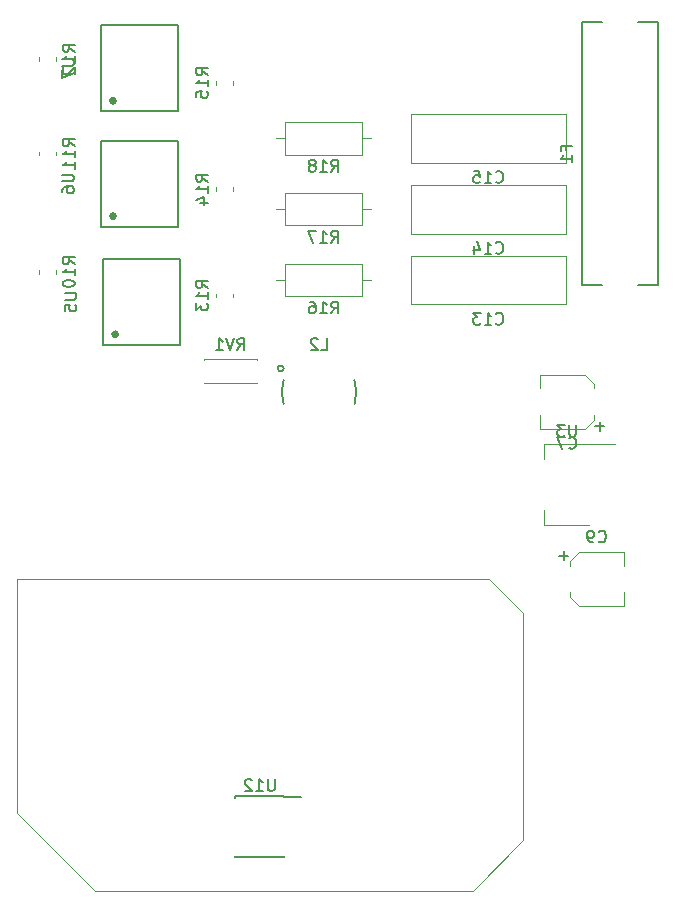
<source format=gbr>
G04 #@! TF.GenerationSoftware,KiCad,Pcbnew,5.0.0-rc2-unknown-bfa8903~65~ubuntu16.04.1*
G04 #@! TF.CreationDate,2018-06-03T14:39:05-05:00*
G04 #@! TF.ProjectId,omega-dock-new,6F6D6567612D646F636B2D6E65772E6B,rev?*
G04 #@! TF.SameCoordinates,Original*
G04 #@! TF.FileFunction,Legend,Bot*
G04 #@! TF.FilePolarity,Positive*
%FSLAX46Y46*%
G04 Gerber Fmt 4.6, Leading zero omitted, Abs format (unit mm)*
G04 Created by KiCad (PCBNEW 5.0.0-rc2-unknown-bfa8903~65~ubuntu16.04.1) date Sun Jun  3 14:39:05 2018*
%MOMM*%
%LPD*%
G01*
G04 APERTURE LIST*
%ADD10C,0.120000*%
%ADD11C,0.150000*%
%ADD12C,0.100000*%
G04 APERTURE END LIST*
D10*
G04 #@! TO.C,C13*
X146761244Y-85763214D02*
X159881244Y-85763214D01*
X146761244Y-81643214D02*
X159881244Y-81643214D01*
X146761244Y-85763214D02*
X146761244Y-81643214D01*
X159881244Y-85763214D02*
X159881244Y-81643214D01*
G04 #@! TO.C,C14*
X146761244Y-79763214D02*
X159881244Y-79763214D01*
X146761244Y-75643214D02*
X159881244Y-75643214D01*
X146761244Y-79763214D02*
X146761244Y-75643214D01*
X159881244Y-79763214D02*
X159881244Y-75643214D01*
G04 #@! TO.C,R10*
X116710000Y-83150000D02*
X116710000Y-82850000D01*
X115290000Y-83150000D02*
X115290000Y-82850000D01*
G04 #@! TO.C,R11*
X116710000Y-73150000D02*
X116710000Y-72850000D01*
X115290000Y-73150000D02*
X115290000Y-72850000D01*
G04 #@! TO.C,R12*
X115290000Y-65150000D02*
X115290000Y-64850000D01*
X116710000Y-65150000D02*
X116710000Y-64850000D01*
G04 #@! TO.C,RV1*
X133710000Y-90420000D02*
X129290000Y-90420000D01*
X133710000Y-92440000D02*
X129290000Y-92440000D01*
X133710000Y-90420000D02*
X133710000Y-90434000D01*
X133710000Y-92426000D02*
X133710000Y-92440000D01*
X129290000Y-90420000D02*
X129290000Y-90434000D01*
X129290000Y-92426000D02*
X129290000Y-92440000D01*
D11*
G04 #@! TO.C,U5*
G36*
X122000000Y-88290000D02*
X121750000Y-88040000D01*
X121500000Y-88290000D01*
X121750000Y-88540000D01*
X122000000Y-88290000D01*
G37*
X122000000Y-88290000D02*
X121750000Y-88040000D01*
X121500000Y-88290000D01*
X121750000Y-88540000D01*
X122000000Y-88290000D01*
X122000000Y-88290000D02*
G75*
G03X122000000Y-88290000I-250000J0D01*
G01*
X120750000Y-89190000D02*
X120750000Y-81890000D01*
X127250000Y-89190000D02*
X127250000Y-81890000D01*
X127250000Y-89190000D02*
X120750000Y-89190000D01*
X120750000Y-81890000D02*
X127250000Y-81890000D01*
G04 #@! TO.C,U6*
X120552500Y-71890000D02*
X127052500Y-71890000D01*
X127052500Y-79190000D02*
X120552500Y-79190000D01*
X127052500Y-79190000D02*
X127052500Y-71890000D01*
X120552500Y-79190000D02*
X120552500Y-71890000D01*
X121802500Y-78290000D02*
G75*
G03X121802500Y-78290000I-250000J0D01*
G01*
G36*
X121802500Y-78290000D02*
X121552500Y-78040000D01*
X121302500Y-78290000D01*
X121552500Y-78540000D01*
X121802500Y-78290000D01*
G37*
X121802500Y-78290000D02*
X121552500Y-78040000D01*
X121302500Y-78290000D01*
X121552500Y-78540000D01*
X121802500Y-78290000D01*
G04 #@! TO.C,U7*
X120552500Y-62114048D02*
X127052500Y-62114048D01*
X127052500Y-69414048D02*
X120552500Y-69414048D01*
X127052500Y-69414048D02*
X127052500Y-62114048D01*
X120552500Y-69414048D02*
X120552500Y-62114048D01*
X121802500Y-68514048D02*
G75*
G03X121802500Y-68514048I-250000J0D01*
G01*
G36*
X121802500Y-68514048D02*
X121552500Y-68264048D01*
X121302500Y-68514048D01*
X121552500Y-68764048D01*
X121802500Y-68514048D01*
G37*
X121802500Y-68514048D02*
X121552500Y-68264048D01*
X121302500Y-68514048D01*
X121552500Y-68764048D01*
X121802500Y-68514048D01*
D10*
G04 #@! TO.C,C15*
X146761244Y-73763214D02*
X159881244Y-73763214D01*
X146761244Y-69643214D02*
X159881244Y-69643214D01*
X146761244Y-73763214D02*
X146761244Y-69643214D01*
X159881244Y-73763214D02*
X159881244Y-69643214D01*
G04 #@! TO.C,R16*
X143441244Y-83703214D02*
X142671244Y-83703214D01*
X135361244Y-83703214D02*
X136131244Y-83703214D01*
X142671244Y-85073214D02*
X136131244Y-85073214D01*
X142671244Y-82333214D02*
X142671244Y-85073214D01*
X136131244Y-82333214D02*
X142671244Y-82333214D01*
X136131244Y-85073214D02*
X136131244Y-82333214D01*
G04 #@! TO.C,R17*
X136131244Y-79073214D02*
X136131244Y-76333214D01*
X136131244Y-76333214D02*
X142671244Y-76333214D01*
X142671244Y-76333214D02*
X142671244Y-79073214D01*
X142671244Y-79073214D02*
X136131244Y-79073214D01*
X135361244Y-77703214D02*
X136131244Y-77703214D01*
X143441244Y-77703214D02*
X142671244Y-77703214D01*
G04 #@! TO.C,R18*
X136131244Y-73073214D02*
X136131244Y-70333214D01*
X136131244Y-70333214D02*
X142671244Y-70333214D01*
X142671244Y-70333214D02*
X142671244Y-73073214D01*
X142671244Y-73073214D02*
X136131244Y-73073214D01*
X135361244Y-71703214D02*
X136131244Y-71703214D01*
X143441244Y-71703214D02*
X142671244Y-71703214D01*
D11*
G04 #@! TO.C,L2*
X141999998Y-94180000D02*
G75*
G03X141999999Y-92180001I-2999998J1000000D01*
G01*
X136000002Y-92180000D02*
G75*
G03X136000001Y-94179999I2999998J-1000000D01*
G01*
X136000000Y-91180000D02*
G75*
G03X136000000Y-91180000I-250000J0D01*
G01*
D10*
G04 #@! TO.C,R13*
X131710000Y-84850000D02*
X131710000Y-85150000D01*
X130290000Y-84850000D02*
X130290000Y-85150000D01*
G04 #@! TO.C,R14*
X130290000Y-75850000D02*
X130290000Y-76150000D01*
X131710000Y-75850000D02*
X131710000Y-76150000D01*
G04 #@! TO.C,R15*
X130290000Y-66850000D02*
X130290000Y-67150000D01*
X131710000Y-66850000D02*
X131710000Y-67150000D01*
D12*
G04 #@! TO.C,U2*
X153400726Y-108996400D02*
X113401100Y-108996400D01*
X113401100Y-108996400D02*
X113401100Y-128795364D01*
X113401100Y-128795364D02*
X119999836Y-135396856D01*
X119999836Y-135396856D02*
X152001328Y-135396856D01*
X152001328Y-135396856D02*
X156301496Y-131096688D01*
X156301496Y-131096688D02*
X156301496Y-111896826D01*
X156301496Y-111896826D02*
X153400726Y-108996400D01*
D10*
G04 #@! TO.C,U3*
X158090000Y-104410000D02*
X158090000Y-103150000D01*
X158090000Y-97590000D02*
X158090000Y-98850000D01*
X161850000Y-104410000D02*
X158090000Y-104410000D01*
X164100000Y-97590000D02*
X158090000Y-97590000D01*
G04 #@! TO.C,C7*
X162290000Y-92480000D02*
X162290000Y-92880000D01*
X157710000Y-91710000D02*
X157710000Y-92880000D01*
X157710000Y-96290000D02*
X157710000Y-95120000D01*
X162290000Y-95520000D02*
X162290000Y-95120000D01*
X161520000Y-96290000D02*
X157710000Y-96290000D01*
X161520000Y-96290000D02*
X162290000Y-95520000D01*
X161520000Y-91710000D02*
X157710000Y-91710000D01*
X161520000Y-91710000D02*
X162290000Y-92480000D01*
D11*
G04 #@! TO.C,U12*
X136075000Y-127425000D02*
X136075000Y-127475000D01*
X131925000Y-127425000D02*
X131925000Y-127570000D01*
X131925000Y-132575000D02*
X131925000Y-132430000D01*
X136075000Y-132575000D02*
X136075000Y-132430000D01*
X136075000Y-127425000D02*
X131925000Y-127425000D01*
X136075000Y-132575000D02*
X131925000Y-132575000D01*
X136075000Y-127475000D02*
X137475000Y-127475000D01*
D10*
G04 #@! TO.C,C9*
X160210000Y-110520000D02*
X160210000Y-110120000D01*
X164790000Y-111290000D02*
X164790000Y-110120000D01*
X164790000Y-106710000D02*
X164790000Y-107880000D01*
X160210000Y-107480000D02*
X160210000Y-107880000D01*
X160980000Y-106710000D02*
X164790000Y-106710000D01*
X160980000Y-106710000D02*
X160210000Y-107480000D01*
X160980000Y-111290000D02*
X164790000Y-111290000D01*
X160980000Y-111290000D02*
X160210000Y-110520000D01*
D11*
G04 #@! TO.C,F1*
X166000000Y-61857000D02*
X167720000Y-61857000D01*
X167720000Y-61857000D02*
X167720000Y-84143000D01*
X167720000Y-84143000D02*
X166000000Y-84143000D01*
X163000000Y-84143000D02*
X161280000Y-84143000D01*
X161280000Y-84143000D02*
X161280000Y-61857000D01*
X161280000Y-61857000D02*
X163000000Y-61857000D01*
G04 #@! TO.C,C13*
X153964101Y-87370356D02*
X154011720Y-87417975D01*
X154154577Y-87465594D01*
X154249815Y-87465594D01*
X154392672Y-87417975D01*
X154487910Y-87322737D01*
X154535529Y-87227499D01*
X154583148Y-87037023D01*
X154583148Y-86894166D01*
X154535529Y-86703690D01*
X154487910Y-86608452D01*
X154392672Y-86513214D01*
X154249815Y-86465594D01*
X154154577Y-86465594D01*
X154011720Y-86513214D01*
X153964101Y-86560833D01*
X153011720Y-87465594D02*
X153583148Y-87465594D01*
X153297434Y-87465594D02*
X153297434Y-86465594D01*
X153392672Y-86608452D01*
X153487910Y-86703690D01*
X153583148Y-86751309D01*
X152678386Y-86465594D02*
X152059339Y-86465594D01*
X152392672Y-86846547D01*
X152249815Y-86846547D01*
X152154577Y-86894166D01*
X152106958Y-86941785D01*
X152059339Y-87037023D01*
X152059339Y-87275118D01*
X152106958Y-87370356D01*
X152154577Y-87417975D01*
X152249815Y-87465594D01*
X152535529Y-87465594D01*
X152630767Y-87417975D01*
X152678386Y-87370356D01*
G04 #@! TO.C,C14*
X153964101Y-81370356D02*
X154011720Y-81417975D01*
X154154577Y-81465594D01*
X154249815Y-81465594D01*
X154392672Y-81417975D01*
X154487910Y-81322737D01*
X154535529Y-81227499D01*
X154583148Y-81037023D01*
X154583148Y-80894166D01*
X154535529Y-80703690D01*
X154487910Y-80608452D01*
X154392672Y-80513214D01*
X154249815Y-80465594D01*
X154154577Y-80465594D01*
X154011720Y-80513214D01*
X153964101Y-80560833D01*
X153011720Y-81465594D02*
X153583148Y-81465594D01*
X153297434Y-81465594D02*
X153297434Y-80465594D01*
X153392672Y-80608452D01*
X153487910Y-80703690D01*
X153583148Y-80751309D01*
X152154577Y-80798928D02*
X152154577Y-81465594D01*
X152392672Y-80417975D02*
X152630767Y-81132261D01*
X152011720Y-81132261D01*
G04 #@! TO.C,R10*
X118302380Y-82357142D02*
X117826190Y-82023809D01*
X118302380Y-81785714D02*
X117302380Y-81785714D01*
X117302380Y-82166666D01*
X117350000Y-82261904D01*
X117397619Y-82309523D01*
X117492857Y-82357142D01*
X117635714Y-82357142D01*
X117730952Y-82309523D01*
X117778571Y-82261904D01*
X117826190Y-82166666D01*
X117826190Y-81785714D01*
X118302380Y-83309523D02*
X118302380Y-82738095D01*
X118302380Y-83023809D02*
X117302380Y-83023809D01*
X117445238Y-82928571D01*
X117540476Y-82833333D01*
X117588095Y-82738095D01*
X117302380Y-83928571D02*
X117302380Y-84023809D01*
X117350000Y-84119047D01*
X117397619Y-84166666D01*
X117492857Y-84214285D01*
X117683333Y-84261904D01*
X117921428Y-84261904D01*
X118111904Y-84214285D01*
X118207142Y-84166666D01*
X118254761Y-84119047D01*
X118302380Y-84023809D01*
X118302380Y-83928571D01*
X118254761Y-83833333D01*
X118207142Y-83785714D01*
X118111904Y-83738095D01*
X117921428Y-83690476D01*
X117683333Y-83690476D01*
X117492857Y-83738095D01*
X117397619Y-83785714D01*
X117350000Y-83833333D01*
X117302380Y-83928571D01*
G04 #@! TO.C,R11*
X118302380Y-72357142D02*
X117826190Y-72023809D01*
X118302380Y-71785714D02*
X117302380Y-71785714D01*
X117302380Y-72166666D01*
X117350000Y-72261904D01*
X117397619Y-72309523D01*
X117492857Y-72357142D01*
X117635714Y-72357142D01*
X117730952Y-72309523D01*
X117778571Y-72261904D01*
X117826190Y-72166666D01*
X117826190Y-71785714D01*
X118302380Y-73309523D02*
X118302380Y-72738095D01*
X118302380Y-73023809D02*
X117302380Y-73023809D01*
X117445238Y-72928571D01*
X117540476Y-72833333D01*
X117588095Y-72738095D01*
X118302380Y-74261904D02*
X118302380Y-73690476D01*
X118302380Y-73976190D02*
X117302380Y-73976190D01*
X117445238Y-73880952D01*
X117540476Y-73785714D01*
X117588095Y-73690476D01*
G04 #@! TO.C,R12*
X118302380Y-64357142D02*
X117826190Y-64023809D01*
X118302380Y-63785714D02*
X117302380Y-63785714D01*
X117302380Y-64166666D01*
X117350000Y-64261904D01*
X117397619Y-64309523D01*
X117492857Y-64357142D01*
X117635714Y-64357142D01*
X117730952Y-64309523D01*
X117778571Y-64261904D01*
X117826190Y-64166666D01*
X117826190Y-63785714D01*
X118302380Y-65309523D02*
X118302380Y-64738095D01*
X118302380Y-65023809D02*
X117302380Y-65023809D01*
X117445238Y-64928571D01*
X117540476Y-64833333D01*
X117588095Y-64738095D01*
X117397619Y-65690476D02*
X117350000Y-65738095D01*
X117302380Y-65833333D01*
X117302380Y-66071428D01*
X117350000Y-66166666D01*
X117397619Y-66214285D01*
X117492857Y-66261904D01*
X117588095Y-66261904D01*
X117730952Y-66214285D01*
X118302380Y-65642857D01*
X118302380Y-66261904D01*
G04 #@! TO.C,RV1*
X132095238Y-89622380D02*
X132428571Y-89146190D01*
X132666666Y-89622380D02*
X132666666Y-88622380D01*
X132285714Y-88622380D01*
X132190476Y-88670000D01*
X132142857Y-88717619D01*
X132095238Y-88812857D01*
X132095238Y-88955714D01*
X132142857Y-89050952D01*
X132190476Y-89098571D01*
X132285714Y-89146190D01*
X132666666Y-89146190D01*
X131809523Y-88622380D02*
X131476190Y-89622380D01*
X131142857Y-88622380D01*
X130285714Y-89622380D02*
X130857142Y-89622380D01*
X130571428Y-89622380D02*
X130571428Y-88622380D01*
X130666666Y-88765238D01*
X130761904Y-88860476D01*
X130857142Y-88908095D01*
G04 #@! TO.C,U5*
X117452380Y-84778095D02*
X118261904Y-84778095D01*
X118357142Y-84825714D01*
X118404761Y-84873333D01*
X118452380Y-84968571D01*
X118452380Y-85159047D01*
X118404761Y-85254285D01*
X118357142Y-85301904D01*
X118261904Y-85349523D01*
X117452380Y-85349523D01*
X117452380Y-86301904D02*
X117452380Y-85825714D01*
X117928571Y-85778095D01*
X117880952Y-85825714D01*
X117833333Y-85920952D01*
X117833333Y-86159047D01*
X117880952Y-86254285D01*
X117928571Y-86301904D01*
X118023809Y-86349523D01*
X118261904Y-86349523D01*
X118357142Y-86301904D01*
X118404761Y-86254285D01*
X118452380Y-86159047D01*
X118452380Y-85920952D01*
X118404761Y-85825714D01*
X118357142Y-85778095D01*
G04 #@! TO.C,U6*
X117254880Y-74778095D02*
X118064404Y-74778095D01*
X118159642Y-74825714D01*
X118207261Y-74873333D01*
X118254880Y-74968571D01*
X118254880Y-75159047D01*
X118207261Y-75254285D01*
X118159642Y-75301904D01*
X118064404Y-75349523D01*
X117254880Y-75349523D01*
X117254880Y-76254285D02*
X117254880Y-76063809D01*
X117302500Y-75968571D01*
X117350119Y-75920952D01*
X117492976Y-75825714D01*
X117683452Y-75778095D01*
X118064404Y-75778095D01*
X118159642Y-75825714D01*
X118207261Y-75873333D01*
X118254880Y-75968571D01*
X118254880Y-76159047D01*
X118207261Y-76254285D01*
X118159642Y-76301904D01*
X118064404Y-76349523D01*
X117826309Y-76349523D01*
X117731071Y-76301904D01*
X117683452Y-76254285D01*
X117635833Y-76159047D01*
X117635833Y-75968571D01*
X117683452Y-75873333D01*
X117731071Y-75825714D01*
X117826309Y-75778095D01*
G04 #@! TO.C,U7*
X117254880Y-65002143D02*
X118064404Y-65002143D01*
X118159642Y-65049762D01*
X118207261Y-65097381D01*
X118254880Y-65192619D01*
X118254880Y-65383095D01*
X118207261Y-65478333D01*
X118159642Y-65525952D01*
X118064404Y-65573571D01*
X117254880Y-65573571D01*
X117254880Y-65954524D02*
X117254880Y-66621190D01*
X118254880Y-66192619D01*
G04 #@! TO.C,C15*
X153964101Y-75370356D02*
X154011720Y-75417975D01*
X154154577Y-75465594D01*
X154249815Y-75465594D01*
X154392672Y-75417975D01*
X154487910Y-75322737D01*
X154535529Y-75227499D01*
X154583148Y-75037023D01*
X154583148Y-74894166D01*
X154535529Y-74703690D01*
X154487910Y-74608452D01*
X154392672Y-74513214D01*
X154249815Y-74465594D01*
X154154577Y-74465594D01*
X154011720Y-74513214D01*
X153964101Y-74560833D01*
X153011720Y-75465594D02*
X153583148Y-75465594D01*
X153297434Y-75465594D02*
X153297434Y-74465594D01*
X153392672Y-74608452D01*
X153487910Y-74703690D01*
X153583148Y-74751309D01*
X152106958Y-74465594D02*
X152583148Y-74465594D01*
X152630767Y-74941785D01*
X152583148Y-74894166D01*
X152487910Y-74846547D01*
X152249815Y-74846547D01*
X152154577Y-74894166D01*
X152106958Y-74941785D01*
X152059339Y-75037023D01*
X152059339Y-75275118D01*
X152106958Y-75370356D01*
X152154577Y-75417975D01*
X152249815Y-75465594D01*
X152487910Y-75465594D01*
X152583148Y-75417975D01*
X152630767Y-75370356D01*
G04 #@! TO.C,R16*
X140044101Y-86525594D02*
X140377434Y-86049404D01*
X140615529Y-86525594D02*
X140615529Y-85525594D01*
X140234577Y-85525594D01*
X140139339Y-85573214D01*
X140091720Y-85620833D01*
X140044101Y-85716071D01*
X140044101Y-85858928D01*
X140091720Y-85954166D01*
X140139339Y-86001785D01*
X140234577Y-86049404D01*
X140615529Y-86049404D01*
X139091720Y-86525594D02*
X139663148Y-86525594D01*
X139377434Y-86525594D02*
X139377434Y-85525594D01*
X139472672Y-85668452D01*
X139567910Y-85763690D01*
X139663148Y-85811309D01*
X138234577Y-85525594D02*
X138425053Y-85525594D01*
X138520291Y-85573214D01*
X138567910Y-85620833D01*
X138663148Y-85763690D01*
X138710767Y-85954166D01*
X138710767Y-86335118D01*
X138663148Y-86430356D01*
X138615529Y-86477975D01*
X138520291Y-86525594D01*
X138329815Y-86525594D01*
X138234577Y-86477975D01*
X138186958Y-86430356D01*
X138139339Y-86335118D01*
X138139339Y-86097023D01*
X138186958Y-86001785D01*
X138234577Y-85954166D01*
X138329815Y-85906547D01*
X138520291Y-85906547D01*
X138615529Y-85954166D01*
X138663148Y-86001785D01*
X138710767Y-86097023D01*
G04 #@! TO.C,R17*
X140044101Y-80525594D02*
X140377434Y-80049404D01*
X140615529Y-80525594D02*
X140615529Y-79525594D01*
X140234577Y-79525594D01*
X140139339Y-79573214D01*
X140091720Y-79620833D01*
X140044101Y-79716071D01*
X140044101Y-79858928D01*
X140091720Y-79954166D01*
X140139339Y-80001785D01*
X140234577Y-80049404D01*
X140615529Y-80049404D01*
X139091720Y-80525594D02*
X139663148Y-80525594D01*
X139377434Y-80525594D02*
X139377434Y-79525594D01*
X139472672Y-79668452D01*
X139567910Y-79763690D01*
X139663148Y-79811309D01*
X138758386Y-79525594D02*
X138091720Y-79525594D01*
X138520291Y-80525594D01*
G04 #@! TO.C,R18*
X140044101Y-74525594D02*
X140377434Y-74049404D01*
X140615529Y-74525594D02*
X140615529Y-73525594D01*
X140234577Y-73525594D01*
X140139339Y-73573214D01*
X140091720Y-73620833D01*
X140044101Y-73716071D01*
X140044101Y-73858928D01*
X140091720Y-73954166D01*
X140139339Y-74001785D01*
X140234577Y-74049404D01*
X140615529Y-74049404D01*
X139091720Y-74525594D02*
X139663148Y-74525594D01*
X139377434Y-74525594D02*
X139377434Y-73525594D01*
X139472672Y-73668452D01*
X139567910Y-73763690D01*
X139663148Y-73811309D01*
X138520291Y-73954166D02*
X138615529Y-73906547D01*
X138663148Y-73858928D01*
X138710767Y-73763690D01*
X138710767Y-73716071D01*
X138663148Y-73620833D01*
X138615529Y-73573214D01*
X138520291Y-73525594D01*
X138329815Y-73525594D01*
X138234577Y-73573214D01*
X138186958Y-73620833D01*
X138139339Y-73716071D01*
X138139339Y-73763690D01*
X138186958Y-73858928D01*
X138234577Y-73906547D01*
X138329815Y-73954166D01*
X138520291Y-73954166D01*
X138615529Y-74001785D01*
X138663148Y-74049404D01*
X138710767Y-74144642D01*
X138710767Y-74335118D01*
X138663148Y-74430356D01*
X138615529Y-74477975D01*
X138520291Y-74525594D01*
X138329815Y-74525594D01*
X138234577Y-74477975D01*
X138186958Y-74430356D01*
X138139339Y-74335118D01*
X138139339Y-74144642D01*
X138186958Y-74049404D01*
X138234577Y-74001785D01*
X138329815Y-73954166D01*
G04 #@! TO.C,L2*
X139166666Y-89632380D02*
X139642857Y-89632380D01*
X139642857Y-88632380D01*
X138880952Y-88727619D02*
X138833333Y-88680000D01*
X138738095Y-88632380D01*
X138500000Y-88632380D01*
X138404761Y-88680000D01*
X138357142Y-88727619D01*
X138309523Y-88822857D01*
X138309523Y-88918095D01*
X138357142Y-89060952D01*
X138928571Y-89632380D01*
X138309523Y-89632380D01*
G04 #@! TO.C,R13*
X129602380Y-84357142D02*
X129126190Y-84023809D01*
X129602380Y-83785714D02*
X128602380Y-83785714D01*
X128602380Y-84166666D01*
X128650000Y-84261904D01*
X128697619Y-84309523D01*
X128792857Y-84357142D01*
X128935714Y-84357142D01*
X129030952Y-84309523D01*
X129078571Y-84261904D01*
X129126190Y-84166666D01*
X129126190Y-83785714D01*
X129602380Y-85309523D02*
X129602380Y-84738095D01*
X129602380Y-85023809D02*
X128602380Y-85023809D01*
X128745238Y-84928571D01*
X128840476Y-84833333D01*
X128888095Y-84738095D01*
X128602380Y-85642857D02*
X128602380Y-86261904D01*
X128983333Y-85928571D01*
X128983333Y-86071428D01*
X129030952Y-86166666D01*
X129078571Y-86214285D01*
X129173809Y-86261904D01*
X129411904Y-86261904D01*
X129507142Y-86214285D01*
X129554761Y-86166666D01*
X129602380Y-86071428D01*
X129602380Y-85785714D01*
X129554761Y-85690476D01*
X129507142Y-85642857D01*
G04 #@! TO.C,R14*
X129602380Y-75357142D02*
X129126190Y-75023809D01*
X129602380Y-74785714D02*
X128602380Y-74785714D01*
X128602380Y-75166666D01*
X128650000Y-75261904D01*
X128697619Y-75309523D01*
X128792857Y-75357142D01*
X128935714Y-75357142D01*
X129030952Y-75309523D01*
X129078571Y-75261904D01*
X129126190Y-75166666D01*
X129126190Y-74785714D01*
X129602380Y-76309523D02*
X129602380Y-75738095D01*
X129602380Y-76023809D02*
X128602380Y-76023809D01*
X128745238Y-75928571D01*
X128840476Y-75833333D01*
X128888095Y-75738095D01*
X128935714Y-77166666D02*
X129602380Y-77166666D01*
X128554761Y-76928571D02*
X129269047Y-76690476D01*
X129269047Y-77309523D01*
G04 #@! TO.C,R15*
X129602380Y-66357142D02*
X129126190Y-66023809D01*
X129602380Y-65785714D02*
X128602380Y-65785714D01*
X128602380Y-66166666D01*
X128650000Y-66261904D01*
X128697619Y-66309523D01*
X128792857Y-66357142D01*
X128935714Y-66357142D01*
X129030952Y-66309523D01*
X129078571Y-66261904D01*
X129126190Y-66166666D01*
X129126190Y-65785714D01*
X129602380Y-67309523D02*
X129602380Y-66738095D01*
X129602380Y-67023809D02*
X128602380Y-67023809D01*
X128745238Y-66928571D01*
X128840476Y-66833333D01*
X128888095Y-66738095D01*
X128602380Y-68214285D02*
X128602380Y-67738095D01*
X129078571Y-67690476D01*
X129030952Y-67738095D01*
X128983333Y-67833333D01*
X128983333Y-68071428D01*
X129030952Y-68166666D01*
X129078571Y-68214285D01*
X129173809Y-68261904D01*
X129411904Y-68261904D01*
X129507142Y-68214285D01*
X129554761Y-68166666D01*
X129602380Y-68071428D01*
X129602380Y-67833333D01*
X129554761Y-67738095D01*
X129507142Y-67690476D01*
G04 #@! TO.C,U3*
X160761904Y-95952380D02*
X160761904Y-96761904D01*
X160714285Y-96857142D01*
X160666666Y-96904761D01*
X160571428Y-96952380D01*
X160380952Y-96952380D01*
X160285714Y-96904761D01*
X160238095Y-96857142D01*
X160190476Y-96761904D01*
X160190476Y-95952380D01*
X159809523Y-95952380D02*
X159190476Y-95952380D01*
X159523809Y-96333333D01*
X159380952Y-96333333D01*
X159285714Y-96380952D01*
X159238095Y-96428571D01*
X159190476Y-96523809D01*
X159190476Y-96761904D01*
X159238095Y-96857142D01*
X159285714Y-96904761D01*
X159380952Y-96952380D01*
X159666666Y-96952380D01*
X159761904Y-96904761D01*
X159809523Y-96857142D01*
G04 #@! TO.C,C7*
X160166666Y-97897142D02*
X160214285Y-97944761D01*
X160357142Y-97992380D01*
X160452380Y-97992380D01*
X160595238Y-97944761D01*
X160690476Y-97849523D01*
X160738095Y-97754285D01*
X160785714Y-97563809D01*
X160785714Y-97420952D01*
X160738095Y-97230476D01*
X160690476Y-97135238D01*
X160595238Y-97040000D01*
X160452380Y-96992380D01*
X160357142Y-96992380D01*
X160214285Y-97040000D01*
X160166666Y-97087619D01*
X159833333Y-96992380D02*
X159166666Y-96992380D01*
X159595238Y-97992380D01*
X163150952Y-96081428D02*
X162389047Y-96081428D01*
X162770000Y-96462380D02*
X162770000Y-95700476D01*
G04 #@! TO.C,U12*
X135238095Y-125952380D02*
X135238095Y-126761904D01*
X135190476Y-126857142D01*
X135142857Y-126904761D01*
X135047619Y-126952380D01*
X134857142Y-126952380D01*
X134761904Y-126904761D01*
X134714285Y-126857142D01*
X134666666Y-126761904D01*
X134666666Y-125952380D01*
X133666666Y-126952380D02*
X134238095Y-126952380D01*
X133952380Y-126952380D02*
X133952380Y-125952380D01*
X134047619Y-126095238D01*
X134142857Y-126190476D01*
X134238095Y-126238095D01*
X133285714Y-126047619D02*
X133238095Y-126000000D01*
X133142857Y-125952380D01*
X132904761Y-125952380D01*
X132809523Y-126000000D01*
X132761904Y-126047619D01*
X132714285Y-126142857D01*
X132714285Y-126238095D01*
X132761904Y-126380952D01*
X133333333Y-126952380D01*
X132714285Y-126952380D01*
G04 #@! TO.C,C9*
X162666666Y-105817142D02*
X162714285Y-105864761D01*
X162857142Y-105912380D01*
X162952380Y-105912380D01*
X163095238Y-105864761D01*
X163190476Y-105769523D01*
X163238095Y-105674285D01*
X163285714Y-105483809D01*
X163285714Y-105340952D01*
X163238095Y-105150476D01*
X163190476Y-105055238D01*
X163095238Y-104960000D01*
X162952380Y-104912380D01*
X162857142Y-104912380D01*
X162714285Y-104960000D01*
X162666666Y-105007619D01*
X162190476Y-105912380D02*
X162000000Y-105912380D01*
X161904761Y-105864761D01*
X161857142Y-105817142D01*
X161761904Y-105674285D01*
X161714285Y-105483809D01*
X161714285Y-105102857D01*
X161761904Y-105007619D01*
X161809523Y-104960000D01*
X161904761Y-104912380D01*
X162095238Y-104912380D01*
X162190476Y-104960000D01*
X162238095Y-105007619D01*
X162285714Y-105102857D01*
X162285714Y-105340952D01*
X162238095Y-105436190D01*
X162190476Y-105483809D01*
X162095238Y-105531428D01*
X161904761Y-105531428D01*
X161809523Y-105483809D01*
X161761904Y-105436190D01*
X161714285Y-105340952D01*
X160110952Y-107061428D02*
X159349047Y-107061428D01*
X159730000Y-107442380D02*
X159730000Y-106680476D01*
G04 #@! TO.C,F1*
X159928571Y-72666666D02*
X159928571Y-72333333D01*
X160452380Y-72333333D02*
X159452380Y-72333333D01*
X159452380Y-72809523D01*
X160452380Y-73714285D02*
X160452380Y-73142857D01*
X160452380Y-73428571D02*
X159452380Y-73428571D01*
X159595238Y-73333333D01*
X159690476Y-73238095D01*
X159738095Y-73142857D01*
G04 #@! TD*
M02*

</source>
